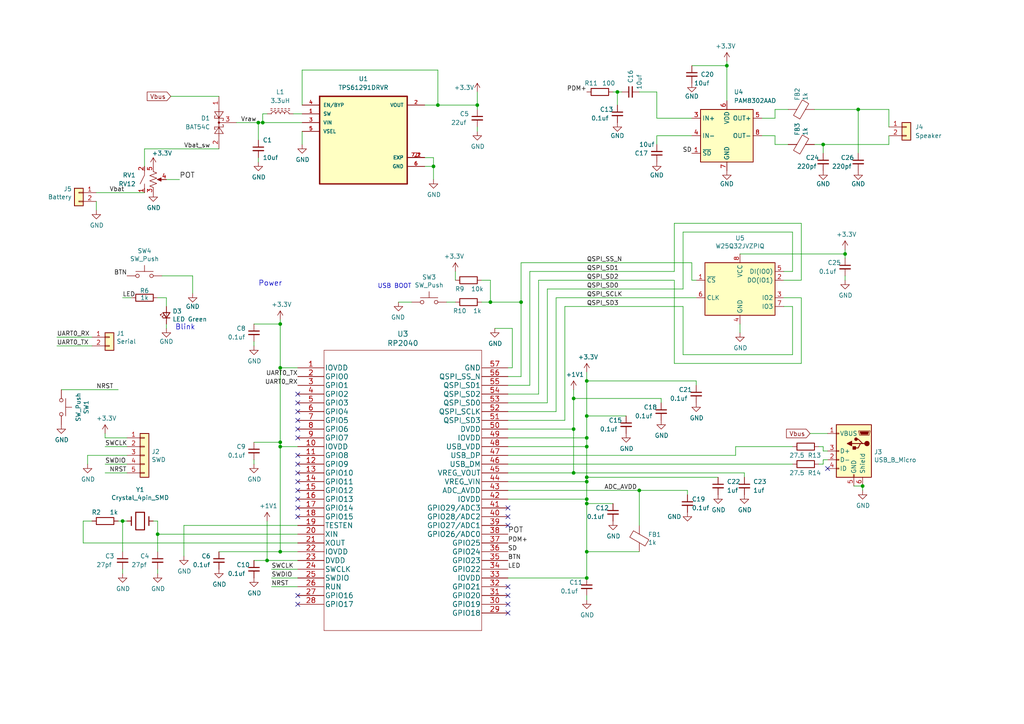
<source format=kicad_sch>
(kicad_sch (version 20211123) (generator eeschema)
  (paper "A4")
  (lib_symbols
    (symbol "Amplifier_Audio:PAM8302AAD"
      (property "Reference" "U" (at 7.62 11.43 0))
      (property "Value" "PAM8302AAD" (at 7.62 8.89 0))
      (symbol "PAM8302AAD_1_1"
        (pin input line (at -10.16 -5.08 0) (length 2.54) (name "~{SD}") (number "1"))
        (pin no_connect line (at 7.62 -5.08 180) (length 2.54) hide (name "NC") (number "2"))
        (pin input line (at -10.16 5.08 0) (length 2.54) (name "IN+") (number "3"))
        (pin input line (at -10.16 0 0) (length 2.54) (name "IN-") (number "4"))
        (pin output line (at 10.16 5.08 180) (length 2.54) (name "OUT+") (number "5"))
        (pin power_in line (at 0 10.16 270) (length 2.54) (name "VDD") (number "6"))
        (pin power_in line (at 0 -10.16 90) (length 2.54) (name "GND") (number "7"))
        (pin output line (at 10.16 0 180) (length 2.54) (name "OUT-") (number "8"))
      )
    )
    (symbol "Connector:USB_B_Micro" (pin_names (offset 1.016))
      (property "Reference" "J" (at -5.08 11.43 0))
      (property "Value" "USB_B_Micro" (at -5.08 8.89 0))
      (symbol "USB_B_Micro_1_1"
        (pin power_out line (at 7.62 5.08 180) (length 2.54) (name "VBUS") (number "1"))
        (pin bidirectional line (at 7.62 -2.54 180) (length 2.54) (name "D-") (number "2"))
        (pin bidirectional line (at 7.62 0 180) (length 2.54) (name "D+") (number "3"))
        (pin passive line (at 7.62 -5.08 180) (length 2.54) (name "ID") (number "4"))
        (pin power_out line (at 0 -10.16 90) (length 2.54) (name "GND") (number "5"))
        (pin passive line (at -2.54 -10.16 90) (length 2.54) (name "Shield") (number "6"))
      )
    )
    (symbol "Connector_Generic:Conn_01x02" (pin_names (offset 1.016) hide)
      (property "Reference" "J" (at 0 2.54 0))
      (property "Value" "Conn_01x02" (at 0 -5.08 0))
      (symbol "Conn_01x02_1_1"
        (pin passive line (at -5.08 0 0) (length 3.81) (name "Pin_1") (number "1"))
        (pin passive line (at -5.08 -2.54 0) (length 3.81) (name "Pin_2") (number "2"))
      )
    )
    (symbol "Connector_Generic:Conn_01x05" (pin_names (offset 1.016) hide)
      (property "Reference" "J" (at 0 7.62 0))
      (property "Value" "Conn_01x05" (at 0 -7.62 0))
      (symbol "Conn_01x05_1_1"
        (pin passive line (at -5.08 5.08 0) (length 3.81) (name "Pin_1") (number "1"))
        (pin passive line (at -5.08 2.54 0) (length 3.81) (name "Pin_2") (number "2"))
        (pin passive line (at -5.08 0 0) (length 3.81) (name "Pin_3") (number "3"))
        (pin passive line (at -5.08 -2.54 0) (length 3.81) (name "Pin_4") (number "4"))
        (pin passive line (at -5.08 -5.08 0) (length 3.81) (name "Pin_5") (number "5"))
      )
    )
    (symbol "Device:C_Small" (pin_numbers hide) (pin_names (offset 0.254) hide)
      (property "Reference" "C" (at 0.254 1.778 0))
      (property "Value" "C_Small" (at 0.254 -2.032 0))
      (symbol "C_Small_1_1"
        (pin passive line (at 0 2.54 270) (length 2.032) (name "~") (number "1"))
        (pin passive line (at 0 -2.54 90) (length 2.032) (name "~") (number "2"))
      )
    )
    (symbol "Device:FerriteBead" (pin_numbers hide) (pin_names (offset 0))
      (property "Reference" "FB" (at -3.81 0.635 90))
      (property "Value" "FerriteBead" (at 3.81 0 90))
      (symbol "FerriteBead_1_1"
        (pin passive line (at 0 3.81 270) (length 2.54) (name "~") (number "1"))
        (pin passive line (at 0 -3.81 90) (length 2.54) (name "~") (number "2"))
      )
    )
    (symbol "Device:LED_Small" (pin_numbers hide) (pin_names (offset 0.254) hide)
      (property "Reference" "D" (at -1.27 3.175 0))
      (property "Value" "LED_Small" (at -4.445 -2.54 0))
      (symbol "LED_Small_1_1"
        (pin passive line (at -2.54 0 0) (length 1.778) (name "K") (number "1"))
        (pin passive line (at 2.54 0 180) (length 1.778) (name "A") (number "2"))
      )
    )
    (symbol "Device:L_Ferrite" (pin_numbers hide) (pin_names (offset 1.016) hide)
      (property "Reference" "L" (at -1.27 0 90))
      (property "Value" "L_Ferrite" (at 2.794 0 90))
      (symbol "L_Ferrite_1_1"
        (pin passive line (at 0 3.81 270) (length 1.27) (name "1") (number "1"))
        (pin passive line (at 0 -3.81 90) (length 1.27) (name "2") (number "2"))
      )
    )
    (symbol "Device:R" (pin_numbers hide) (pin_names (offset 0))
      (property "Reference" "R" (at 2.032 0 90))
      (property "Value" "R" (at 0 0 90))
      (symbol "R_1_1"
        (pin passive line (at 0 3.81 270) (length 1.27) (name "~") (number "1"))
        (pin passive line (at 0 -3.81 90) (length 1.27) (name "~") (number "2"))
      )
    )
    (symbol "Diode:BAT54C" (pin_names (offset 1.016))
      (property "Reference" "D" (at 0.635 -3.81 0))
      (property "Value" "BAT54C" (at -6.35 3.175 0))
      (symbol "BAT54C_1_1"
        (pin passive line (at -7.62 0 0) (length 3.81) (name "~") (number "1"))
        (pin passive line (at 7.62 0 180) (length 3.81) (name "~") (number "2"))
        (pin passive line (at 0 -5.08 90) (length 5.08) (name "~") (number "3"))
      )
    )
    (symbol "Memory_Flash:W25Q32JVSS"
      (property "Reference" "U" (at -8.89 8.89 0))
      (property "Value" "W25Q32JVSS" (at 7.62 8.89 0))
      (symbol "W25Q32JVSS_1_1"
        (pin input line (at -12.7 2.54 0) (length 2.54) (name "~{CS}") (number "1"))
        (pin bidirectional line (at 12.7 2.54 180) (length 2.54) (name "DO(IO1)") (number "2"))
        (pin bidirectional line (at 12.7 -2.54 180) (length 2.54) (name "IO2") (number "3"))
        (pin power_in line (at 0 -10.16 90) (length 2.54) (name "GND") (number "4"))
        (pin bidirectional line (at 12.7 5.08 180) (length 2.54) (name "DI(IO0)") (number "5"))
        (pin input line (at -12.7 -2.54 0) (length 2.54) (name "CLK") (number "6"))
        (pin bidirectional line (at 12.7 -5.08 180) (length 2.54) (name "IO3") (number "7"))
        (pin power_in line (at 0 10.16 270) (length 2.54) (name "VCC") (number "8"))
      )
    )
    (symbol "Switch:SW_Push" (pin_numbers hide) (pin_names (offset 1.016) hide)
      (property "Reference" "SW" (at 1.27 2.54 0))
      (property "Value" "SW_Push" (at 0 -1.524 0))
      (symbol "SW_Push_0_1"
        (pin passive line (at -5.08 0 0) (length 2.54) (name "1") (number "1"))
        (pin passive line (at 5.08 0 180) (length 2.54) (name "2") (number "2"))
      )
    )
    (symbol "emeb_library:Crystal_4pin_SMD" (pin_numbers hide) (pin_names (offset 1.016) hide)
      (property "Reference" "Y" (at 0 3.81 0))
      (property "Value" "Crystal_4pin_SMD" (at 0 -3.81 0))
      (symbol "Crystal_4pin_SMD_1_1"
        (pin passive line (at -3.81 0 0) (length 1.27) (name "1") (number "1"))
        (pin passive line (at 3.81 0 180) (length 1.27) (name "3") (number "3"))
      )
    )
    (symbol "emeb_library:RP2040" (pin_names (offset 0.254))
      (property "Reference" "U" (at 30.48 10.16 0))
      (property "Value" "RP2040" (at 30.48 7.62 0))
      (symbol "RP2040_1_1"
        (pin power_in line (at 0 0 0) (length 7.62) (name "IOVDD") (number "1"))
        (pin power_in line (at 0 -22.86 0) (length 7.62) (name "IOVDD") (number "10"))
        (pin bidirectional line (at 0 -25.4 0) (length 7.62) (name "GPIO8") (number "11"))
        (pin bidirectional line (at 0 -27.94 0) (length 7.62) (name "GPIO9") (number "12"))
        (pin bidirectional line (at 0 -30.48 0) (length 7.62) (name "GPIO10") (number "13"))
        (pin bidirectional line (at 0 -33.02 0) (length 7.62) (name "GPIO11") (number "14"))
        (pin bidirectional line (at 0 -35.56 0) (length 7.62) (name "GPIO12") (number "15"))
        (pin bidirectional line (at 0 -38.1 0) (length 7.62) (name "GPIO13") (number "16"))
        (pin bidirectional line (at 0 -40.64 0) (length 7.62) (name "GPIO14") (number "17"))
        (pin bidirectional line (at 0 -43.18 0) (length 7.62) (name "GPIO15") (number "18"))
        (pin unspecified line (at 0 -45.72 0) (length 7.62) (name "TESTEN") (number "19"))
        (pin bidirectional line (at 0 -2.54 0) (length 7.62) (name "GPIO0") (number "2"))
        (pin unspecified line (at 0 -48.26 0) (length 7.62) (name "XIN") (number "20"))
        (pin output line (at 0 -50.8 0) (length 7.62) (name "XOUT") (number "21"))
        (pin power_in line (at 0 -53.34 0) (length 7.62) (name "IOVDD") (number "22"))
        (pin power_in line (at 0 -55.88 0) (length 7.62) (name "DVDD") (number "23"))
        (pin unspecified line (at 0 -58.42 0) (length 7.62) (name "SWCLK") (number "24"))
        (pin unspecified line (at 0 -60.96 0) (length 7.62) (name "SWDIO") (number "25"))
        (pin unspecified line (at 0 -63.5 0) (length 7.62) (name "RUN") (number "26"))
        (pin bidirectional line (at 0 -66.04 0) (length 7.62) (name "GPIO16") (number "27"))
        (pin bidirectional line (at 0 -68.58 0) (length 7.62) (name "GPIO17") (number "28"))
        (pin bidirectional line (at 60.96 -71.12 180) (length 7.62) (name "GPIO18") (number "29"))
        (pin bidirectional line (at 0 -5.08 0) (length 7.62) (name "GPIO1") (number "3"))
        (pin bidirectional line (at 60.96 -68.58 180) (length 7.62) (name "GPIO19") (number "30"))
        (pin bidirectional line (at 60.96 -66.04 180) (length 7.62) (name "GPIO20") (number "31"))
        (pin bidirectional line (at 60.96 -63.5 180) (length 7.62) (name "GPIO21") (number "32"))
        (pin power_in line (at 60.96 -60.96 180) (length 7.62) (name "IOVDD") (number "33"))
        (pin bidirectional line (at 60.96 -58.42 180) (length 7.62) (name "GPIO22") (number "34"))
        (pin bidirectional line (at 60.96 -55.88 180) (length 7.62) (name "GPIO23") (number "35"))
        (pin bidirectional line (at 60.96 -53.34 180) (length 7.62) (name "GPIO24") (number "36"))
        (pin bidirectional line (at 60.96 -50.8 180) (length 7.62) (name "GPIO25") (number "37"))
        (pin bidirectional line (at 60.96 -48.26 180) (length 7.62) (name "GPIO26/ADC0") (number "38"))
        (pin bidirectional line (at 60.96 -45.72 180) (length 7.62) (name "GPIO27/ADC1") (number "39"))
        (pin bidirectional line (at 0 -7.62 0) (length 7.62) (name "GPIO2") (number "4"))
        (pin bidirectional line (at 60.96 -43.18 180) (length 7.62) (name "GPIO28/ADC2") (number "40"))
        (pin bidirectional line (at 60.96 -40.64 180) (length 7.62) (name "GPIO29/ADC3") (number "41"))
        (pin power_in line (at 60.96 -38.1 180) (length 7.62) (name "IOVDD") (number "42"))
        (pin power_in line (at 60.96 -35.56 180) (length 7.62) (name "ADC_AVDD") (number "43"))
        (pin unspecified line (at 60.96 -33.02 180) (length 7.62) (name "VREG_VIN") (number "44"))
        (pin output line (at 60.96 -30.48 180) (length 7.62) (name "VREG_VOUT") (number "45"))
        (pin unspecified line (at 60.96 -27.94 180) (length 7.62) (name "USB_DM") (number "46"))
        (pin unspecified line (at 60.96 -25.4 180) (length 7.62) (name "USB_DP") (number "47"))
        (pin power_in line (at 60.96 -22.86 180) (length 7.62) (name "USB_VDD") (number "48"))
        (pin power_in line (at 60.96 -20.32 180) (length 7.62) (name "IOVDD") (number "49"))
        (pin bidirectional line (at 0 -10.16 0) (length 7.62) (name "GPIO3") (number "5"))
        (pin power_in line (at 60.96 -17.78 180) (length 7.62) (name "DVDD") (number "50"))
        (pin bidirectional line (at 60.96 -15.24 180) (length 7.62) (name "QSPI_SD3") (number "51"))
        (pin unspecified line (at 60.96 -12.7 180) (length 7.62) (name "QSPI_SCLK") (number "52"))
        (pin bidirectional line (at 60.96 -10.16 180) (length 7.62) (name "QSPI_SD0") (number "53"))
        (pin bidirectional line (at 60.96 -7.62 180) (length 7.62) (name "QSPI_SD2") (number "54"))
        (pin bidirectional line (at 60.96 -5.08 180) (length 7.62) (name "QSPI_SD1") (number "55"))
        (pin unspecified line (at 60.96 -2.54 180) (length 7.62) (name "QSPI_SS_N") (number "56"))
        (pin power_in line (at 60.96 0 180) (length 7.62) (name "GND") (number "57"))
        (pin bidirectional line (at 0 -12.7 0) (length 7.62) (name "GPIO4") (number "6"))
        (pin bidirectional line (at 0 -15.24 0) (length 7.62) (name "GPIO5") (number "7"))
        (pin bidirectional line (at 0 -17.78 0) (length 7.62) (name "GPIO6") (number "8"))
        (pin bidirectional line (at 0 -20.32 0) (length 7.62) (name "GPIO7") (number "9"))
      )
    )
    (symbol "emeb_library:RV12" (pin_names (offset 1.016) hide)
      (property "Reference" "RV" (at -8.89 0 90))
      (property "Value" "RV12" (at -6.35 0 90))
      (symbol "RV12_1_1"
        (pin passive line (at -2.54 -3.81 90) (length 1.27) (name "1") (number "1"))
        (pin passive line (at -2.54 3.81 270) (length 1.27) (name "2") (number "2"))
        (pin passive line (at 0 -3.81 90) (length 1.27) (name "3") (number "3"))
        (pin passive line (at 3.81 0 180) (length 1.27) (name "4") (number "4"))
        (pin passive line (at 0 3.81 270) (length 1.27) (name "5") (number "5"))
      )
    )
    (symbol "emeb_library:TPS61291DRVR" (pin_names (offset 1.016))
      (property "Reference" "U" (at -12.7 13.7 0))
      (property "Value" "TPS61291DRVR" (at -12.7 -16.7 0))
      (symbol "TPS61291DRVR_0_0"
        (pin input line (at -17.78 7.62 0) (length 5.08) (name "SW") (number "1"))
        (pin output line (at 17.78 10.16 180) (length 5.08) (name "VOUT") (number "2"))
        (pin input line (at -17.78 5.08 0) (length 5.08) (name "VIN") (number "3"))
        (pin input line (at -17.78 10.16 0) (length 5.08) (name "EN/BYP") (number "4"))
        (pin input line (at -17.78 2.54 0) (length 5.08) (name "VSEL") (number "5"))
        (pin power_in line (at 17.78 -7.62 180) (length 5.08) (name "GND") (number "6"))
        (pin power_in line (at 17.78 -5.08 180) (length 5.08) (name "EXP") (number "7"))
        (pin power_in line (at 17.78 -5.08 180) (length 5.08) (name "EXP") (number "7_1"))
        (pin power_in line (at 17.78 -5.08 180) (length 5.08) (name "EXP") (number "7_2"))
      )
    )
    (symbol "power:+1V1" (power) (pin_names (offset 0))
      (property "Value" "+1V1" (at 0 3.556 0))
      (symbol "+1V1_1_1"
        (pin power_in line (at 0 0 90) (length 0) hide (name "+1V1") (number "1"))
      )
    )
    (symbol "power:+3.3V" (power) (pin_names (offset 0))
      (property "Value" "+3.3V" (at 0 3.556 0))
      (symbol "+3.3V_1_1"
        (pin power_in line (at 0 0 90) (length 0) hide (name "+3.3V") (number "1"))
      )
    )
    (symbol "power:GND" (power) (pin_names (offset 0))
      (property "Value" "GND" (at 0 -3.81 0))
      (symbol "GND_1_1"
        (pin power_in line (at 0 0 270) (length 0) hide (name "GND") (number "1"))
      )
    )
  )
  (junction (at 245.11 73.66))
  (junction (at 170.18 146.05))
  (junction (at 81.28 128.27))
  (junction (at 76.2 35.56))
  (junction (at 170.18 120.65))
  (junction (at 185.42 142.24))
  (junction (at 45.72 154.94))
  (junction (at 35.56 151.13))
  (junction (at 151.13 87.63))
  (junction (at 170.18 129.54))
  (junction (at 250.19 140.97))
  (junction (at 166.37 115.57))
  (junction (at 248.92 31.75))
  (junction (at 74.93 35.56))
  (junction (at 170.18 160.02))
  (junction (at 238.76 41.91))
  (junction (at 81.28 129.54))
  (junction (at 170.18 139.7))
  (junction (at 142.24 87.63))
  (junction (at 127 30.48))
  (junction (at 166.37 137.16))
  (junction (at 77.47 162.56))
  (junction (at 170.18 144.78))
  (junction (at 210.82 19.05))
  (junction (at 81.28 106.68))
  (junction (at 81.28 160.02))
  (junction (at 170.18 138.43))
  (junction (at 166.37 124.46))
  (junction (at 138.43 30.48))
  (junction (at 170.18 127))
  (junction (at 81.28 93.98))
  (junction (at 125.73 48.26))
  (junction (at 179.07 26.67))
  (junction (at 170.18 110.49))
  (junction (at 170.18 167.64))
  (no_connect (at 86.36 134.62))
  (no_connect (at 86.36 142.24))
  (no_connect (at 86.36 147.32))
  (no_connect (at 147.32 170.18))
  (no_connect (at 147.32 172.72))
  (no_connect (at 147.32 177.8))
  (no_connect (at 147.32 175.26))
  (no_connect (at 86.36 137.16))
  (no_connect (at 86.36 139.7))
  (no_connect (at 86.36 127))
  (no_connect (at 86.36 172.72))
  (no_connect (at 86.36 175.26))
  (no_connect (at -6.35 -22.86))
  (no_connect (at 86.36 119.38))
  (no_connect (at 86.36 121.92))
  (no_connect (at 86.36 124.46))
  (no_connect (at 86.36 114.3))
  (no_connect (at 86.36 116.84))
  (no_connect (at 147.32 152.4))
  (no_connect (at 86.36 132.08))
  (no_connect (at 147.32 147.32))
  (no_connect (at 147.32 149.86))
  (no_connect (at 86.36 149.86))
  (no_connect (at 86.36 144.78))
  (no_connect (at 240.03 135.89))
  (wire (pts (xy 166.37 115.57) (xy 166.37 124.46)))
  (wire (pts (xy 151.13 87.63) (xy 151.13 76.2)))
  (wire (pts (xy 119.38 87.63) (xy 115.57 87.63)))
  (wire (pts (xy 138.43 38.1) (xy 138.43 36.83)))
  (wire (pts (xy 214.63 73.66) (xy 245.11 73.66)))
  (wire (pts (xy 123.19 48.26) (xy 125.73 48.26)))
  (wire (pts (xy 198.12 67.31) (xy 198.12 83.82)))
  (wire (pts (xy 147.32 132.08) (xy 213.36 132.08)))
  (wire (pts (xy 250.19 142.24) (xy 250.19 140.97)))
  (wire (pts (xy 185.42 142.24) (xy 199.39 142.24)))
  (wire (pts (xy 86.36 170.18) (xy 78.74 170.18)))
  (wire (pts (xy 147.32 142.24) (xy 185.42 142.24)))
  (wire (pts (xy 30.48 125.73) (xy 30.48 127)))
  (wire (pts (xy 237.49 134.62) (xy 238.76 134.62)))
  (wire (pts (xy 86.36 167.64) (xy 78.74 167.64)))
  (wire (pts (xy 200.66 81.28) (xy 201.93 81.28)))
  (wire (pts (xy 34.29 113.03) (xy 17.78 113.03)))
  (wire (pts (xy 170.18 172.72) (xy 170.18 173.99)))
  (wire (pts (xy 86.36 129.54) (xy 81.28 129.54)))
  (wire (pts (xy 86.36 162.56) (xy 77.47 162.56)))
  (wire (pts (xy 166.37 115.57) (xy 191.77 115.57)))
  (wire (pts (xy 229.87 88.9) (xy 227.33 88.9)))
  (wire (pts (xy 148.59 95.25) (xy 143.51 95.25)))
  (wire (pts (xy 48.26 52.07) (xy 52.07 52.07)))
  (wire (pts (xy 147.32 167.64) (xy 170.18 167.64)))
  (wire (pts (xy 86.36 160.02) (xy 81.28 160.02)))
  (wire (pts (xy 123.19 30.48) (xy 127 30.48)))
  (wire (pts (xy 81.28 93.98) (xy 81.28 92.71)))
  (wire (pts (xy 55.88 80.01) (xy 55.88 85.09)))
  (wire (pts (xy 200.66 76.2) (xy 200.66 81.28)))
  (wire (pts (xy 147.32 129.54) (xy 170.18 129.54)))
  (wire (pts (xy 34.29 151.13) (xy 35.56 151.13)))
  (wire (pts (xy 76.2 35.56) (xy 87.63 35.56)))
  (wire (pts (xy 24.13 151.13) (xy 26.67 151.13)))
  (wire (pts (xy 237.49 129.54) (xy 238.76 129.54)))
  (wire (pts (xy 170.18 110.49) (xy 201.93 110.49)))
  (wire (pts (xy 48.26 93.98) (xy 48.26 95.25)))
  (wire (pts (xy 245.11 73.66) (xy 245.11 74.93)))
  (wire (pts (xy 227.33 78.74) (xy 229.87 78.74)))
  (wire (pts (xy 170.18 139.7) (xy 170.18 144.78)))
  (wire (pts (xy 87.63 38.1) (xy 87.63 41.91)))
  (wire (pts (xy 35.56 166.37) (xy 35.56 165.1)))
  (wire (pts (xy 81.28 106.68) (xy 81.28 128.27)))
  (wire (pts (xy 170.18 107.95) (xy 170.18 110.49)))
  (wire (pts (xy 200.66 19.05) (xy 210.82 19.05)))
  (wire (pts (xy 166.37 124.46) (xy 166.37 137.16)))
  (wire (pts (xy 25.4 132.08) (xy 25.4 134.62)))
  (wire (pts (xy 170.18 167.64) (xy 170.18 160.02)))
  (wire (pts (xy 229.87 78.74) (xy 229.87 67.31)))
  (wire (pts (xy 127 20.32) (xy 127 30.48)))
  (wire (pts (xy 232.41 64.77) (xy 232.41 81.28)))
  (wire (pts (xy 68.58 35.56) (xy 74.93 35.56)))
  (wire (pts (xy 170.18 138.43) (xy 208.28 138.43)))
  (wire (pts (xy 86.36 157.48) (xy 24.13 157.48)))
  (wire (pts (xy 156.21 81.28) (xy 195.58 81.28)))
  (wire (pts (xy 36.83 132.08) (xy 25.4 132.08)))
  (wire (pts (xy 73.66 93.98) (xy 81.28 93.98)))
  (wire (pts (xy 248.92 31.75) (xy 248.92 44.45)))
  (wire (pts (xy 35.56 160.02) (xy 35.56 151.13)))
  (wire (pts (xy 73.66 128.27) (xy 81.28 128.27)))
  (wire (pts (xy 190.5 26.67) (xy 190.5 34.29)))
  (wire (pts (xy 195.58 105.41) (xy 195.58 81.28)))
  (wire (pts (xy 248.92 31.75) (xy 257.81 31.75)))
  (wire (pts (xy 185.42 160.02) (xy 170.18 160.02)))
  (wire (pts (xy 46.99 80.01) (xy 55.88 80.01)))
  (wire (pts (xy 238.76 133.35) (xy 240.03 133.35)))
  (wire (pts (xy 147.32 121.92) (xy 163.83 121.92)))
  (wire (pts (xy 45.72 154.94) (xy 45.72 160.02)))
  (wire (pts (xy 74.93 35.56) (xy 74.93 40.64)))
  (wire (pts (xy 232.41 86.36) (xy 232.41 105.41)))
  (wire (pts (xy 166.37 113.03) (xy 166.37 115.57)))
  (wire (pts (xy 190.5 39.37) (xy 200.66 39.37)))
  (wire (pts (xy 132.08 78.74) (xy 132.08 81.28)))
  (wire (pts (xy 63.5 160.02) (xy 81.28 160.02)))
  (wire (pts (xy 81.28 129.54) (xy 81.28 160.02)))
  (wire (pts (xy 151.13 76.2) (xy 200.66 76.2)))
  (wire (pts (xy 215.9 137.16) (xy 215.9 138.43)))
  (wire (pts (xy 227.33 86.36) (xy 232.41 86.36)))
  (wire (pts (xy 151.13 87.63) (xy 142.24 87.63)))
  (wire (pts (xy 35.56 86.36) (xy 38.1 86.36)))
  (wire (pts (xy 236.22 31.75) (xy 248.92 31.75)))
  (wire (pts (xy 147.32 124.46) (xy 166.37 124.46)))
  (wire (pts (xy 27.94 55.88) (xy 41.91 55.88)))
  (wire (pts (xy 210.82 17.78) (xy 210.82 19.05)))
  (wire (pts (xy 45.72 151.13) (xy 45.72 154.94)))
  (wire (pts (xy 147.32 134.62) (xy 229.87 134.62)))
  (wire (pts (xy 214.63 96.52) (xy 214.63 93.98)))
  (wire (pts (xy 166.37 137.16) (xy 147.32 137.16)))
  (wire (pts (xy 161.29 86.36) (xy 201.93 86.36)))
  (wire (pts (xy 229.87 102.87) (xy 229.87 88.9)))
  (wire (pts (xy 229.87 67.31) (xy 198.12 67.31)))
  (wire (pts (xy 148.59 95.25) (xy 148.59 106.68)))
  (wire (pts (xy 195.58 64.77) (xy 195.58 78.74)))
  (wire (pts (xy 170.18 146.05) (xy 177.8 146.05)))
  (wire (pts (xy 36.83 129.54) (xy 30.48 129.54)))
  (wire (pts (xy 85.09 33.02) (xy 87.63 33.02)))
  (wire (pts (xy 170.18 110.49) (xy 170.18 120.65)))
  (wire (pts (xy 147.32 144.78) (xy 170.18 144.78)))
  (wire (pts (xy 125.73 48.26) (xy 125.73 52.07)))
  (wire (pts (xy 81.28 128.27) (xy 81.28 129.54)))
  (wire (pts (xy 73.66 134.62) (xy 73.66 133.35)))
  (wire (pts (xy 181.61 120.65) (xy 170.18 120.65)))
  (wire (pts (xy 199.39 142.24) (xy 199.39 143.51)))
  (wire (pts (xy 166.37 137.16) (xy 215.9 137.16)))
  (wire (pts (xy 36.83 137.16) (xy 30.48 137.16)))
  (wire (pts (xy 153.67 78.74) (xy 195.58 78.74)))
  (wire (pts (xy 224.79 31.75) (xy 228.6 31.75)))
  (wire (pts (xy 123.19 45.72) (xy 125.73 45.72)))
  (wire (pts (xy 132.08 87.63) (xy 129.54 87.63)))
  (wire (pts (xy 191.77 115.57) (xy 191.77 116.84)))
  (wire (pts (xy 177.8 26.67) (xy 179.07 26.67)))
  (wire (pts (xy 213.36 129.54) (xy 229.87 129.54)))
  (wire (pts (xy 190.5 34.29) (xy 200.66 34.29)))
  (wire (pts (xy 127 30.48) (xy 138.43 30.48)))
  (wire (pts (xy 238.76 129.54) (xy 238.76 130.81)))
  (wire (pts (xy 147.32 127) (xy 170.18 127)))
  (wire (pts (xy 158.75 83.82) (xy 198.12 83.82)))
  (wire (pts (xy 147.32 139.7) (xy 170.18 139.7)))
  (wire (pts (xy 163.83 88.9) (xy 198.12 88.9)))
  (wire (pts (xy 48.26 86.36) (xy 48.26 88.9)))
  (wire (pts (xy 220.98 34.29) (xy 224.79 34.29)))
  (wire (pts (xy 147.32 116.84) (xy 158.75 116.84)))
  (wire (pts (xy 147.32 114.3) (xy 156.21 114.3)))
  (wire (pts (xy 185.42 152.4) (xy 185.42 142.24)))
  (wire (pts (xy 53.34 152.4) (xy 53.34 161.29)))
  (wire (pts (xy 170.18 120.65) (xy 170.18 127)))
  (wire (pts (xy 170.18 129.54) (xy 170.18 127)))
  (wire (pts (xy 30.48 134.62) (xy 36.83 134.62)))
  (wire (pts (xy 44.45 151.13) (xy 45.72 151.13)))
  (wire (pts (xy 213.36 132.08) (xy 213.36 129.54)))
  (wire (pts (xy 138.43 30.48) (xy 138.43 26.67)))
  (wire (pts (xy 247.65 140.97) (xy 250.19 140.97)))
  (wire (pts (xy 153.67 111.76) (xy 153.67 78.74)))
  (wire (pts (xy 198.12 102.87) (xy 229.87 102.87)))
  (wire (pts (xy 190.5 41.91) (xy 190.5 39.37)))
  (wire (pts (xy 16.51 97.79) (xy 26.67 97.79)))
  (wire (pts (xy 49.53 27.94) (xy 63.5 27.94)))
  (wire (pts (xy 81.28 93.98) (xy 81.28 106.68)))
  (wire (pts (xy 232.41 81.28) (xy 227.33 81.28)))
  (wire (pts (xy 35.56 151.13) (xy 36.83 151.13)))
  (wire (pts (xy 45.72 86.36) (xy 48.26 86.36)))
  (wire (pts (xy 238.76 130.81) (xy 240.03 130.81)))
  (wire (pts (xy 170.18 139.7) (xy 170.18 138.43)))
  (wire (pts (xy 139.7 87.63) (xy 142.24 87.63)))
  (wire (pts (xy 74.93 35.56) (xy 76.2 35.56)))
  (wire (pts (xy 224.79 34.29) (xy 224.79 31.75)))
  (wire (pts (xy 77.47 162.56) (xy 77.47 151.13)))
  (wire (pts (xy 232.41 105.41) (xy 195.58 105.41)))
  (wire (pts (xy 87.63 20.32) (xy 127 20.32)))
  (wire (pts (xy 170.18 146.05) (xy 170.18 160.02)))
  (wire (pts (xy 257.81 31.75) (xy 257.81 36.83)))
  (wire (pts (xy 210.82 19.05) (xy 210.82 29.21)))
  (wire (pts (xy 142.24 81.28) (xy 142.24 87.63)))
  (wire (pts (xy 147.32 111.76) (xy 153.67 111.76)))
  (wire (pts (xy 170.18 138.43) (xy 170.18 129.54)))
  (wire (pts (xy 238.76 134.62) (xy 238.76 133.35)))
  (wire (pts (xy 179.07 26.67) (xy 180.34 26.67)))
  (wire (pts (xy 190.5 26.67) (xy 185.42 26.67)))
  (wire (pts (xy 147.32 119.38) (xy 161.29 119.38)))
  (wire (pts (xy 36.83 127) (xy 30.48 127)))
  (wire (pts (xy 170.18 144.78) (xy 170.18 146.05)))
  (wire (pts (xy 16.51 100.33) (xy 26.67 100.33)))
  (wire (pts (xy 74.93 45.72) (xy 74.93 46.99)))
  (wire (pts (xy 163.83 121.92) (xy 163.83 88.9)))
  (wire (pts (xy 236.22 41.91) (xy 238.76 41.91)))
  (wire (pts (xy 201.93 110.49) (xy 201.93 111.76)))
  (wire (pts (xy 257.81 41.91) (xy 257.81 39.37)))
  (wire (pts (xy 86.36 106.68) (xy 81.28 106.68)))
  (wire (pts (xy 24.13 157.48) (xy 24.13 151.13)))
  (wire (pts (xy 76.2 33.02) (xy 76.2 35.56)))
  (wire (pts (xy 86.36 165.1) (xy 78.74 165.1)))
  (wire (pts (xy 245.11 72.39) (xy 245.11 73.66)))
  (wire (pts (xy 41.91 43.18) (xy 41.91 48.26)))
  (wire (pts (xy 45.72 166.37) (xy 45.72 165.1)))
  (wire (pts (xy 139.7 81.28) (xy 142.24 81.28)))
  (wire (pts (xy 245.11 80.01) (xy 245.11 81.28)))
  (wire (pts (xy 224.79 41.91) (xy 228.6 41.91)))
  (wire (pts (xy 224.79 39.37) (xy 224.79 41.91)))
  (wire (pts (xy 232.41 64.77) (xy 195.58 64.77)))
  (wire (pts (xy 151.13 109.22) (xy 151.13 87.63)))
  (wire (pts (xy 238.76 41.91) (xy 238.76 44.45)))
  (wire (pts (xy 147.32 109.22) (xy 151.13 109.22)))
  (wire (pts (xy 138.43 31.75) (xy 138.43 30.48)))
  (wire (pts (xy 179.07 26.67) (xy 179.07 30.48)))
  (wire (pts (xy 220.98 39.37) (xy 224.79 39.37)))
  (wire (pts (xy 77.47 33.02) (xy 76.2 33.02)))
  (wire (pts (xy 73.66 162.56) (xy 77.47 162.56)))
  (wire (pts (xy 161.29 119.38) (xy 161.29 86.36)))
  (wire (pts (xy 125.73 45.72) (xy 125.73 48.26)))
  (wire (pts (xy 86.36 154.94) (xy 45.72 154.94)))
  (wire (pts (xy 27.94 58.42) (xy 27.94 60.96)))
  (wire (pts (xy 87.63 30.48) (xy 87.63 20.32)))
  (wire (pts (xy 86.36 152.4) (xy 53.34 152.4)))
  (wire (pts (xy 41.91 43.18) (xy 63.5 43.18)))
  (wire (pts (xy 158.75 116.84) (xy 158.75 83.82)))
  (wire (pts (xy 147.32 106.68) (xy 148.59 106.68)))
  (wire (pts (xy 156.21 81.28) (xy 156.21 114.3)))
  (wire (pts (xy 73.66 100.33) (xy 73.66 99.06)))
  (wire (pts (xy 198.12 88.9) (xy 198.12 102.87)))
  (wire (pts (xy 238.76 41.91) (xy 257.81 41.91)))
  (wire (pts (xy 234.95 125.73) (xy 240.03 125.73)))
  (text "USB BOOT" (at 119.38 83.82 180) (effects (font (size 1.27 1.27)) (justify right bottom)))
  (text "Blink" (at 50.8 95.885 0) (effects (font (size 1.524 1.524)) (justify left bottom)))
  (text "Power" (at 74.93 83.185 0) (effects (font (size 1.524 1.524)) (justify left bottom)))
  (label "SWCLK" (at 30.48 129.54 0))
  (label "UART0_TX" (at 16.51 100.33 0))
  (label "QSPI_SD1" (at 170.18 78.74 0))
  (label "NRST" (at 78.74 170.18 0))
  (label "PDM+" (at 170.18 26.67 180))
  (label "NRST" (at 31.75 137.16 0))
  (label "BTN" (at 36.83 80.01 180))
  (label "SWDIO" (at 78.74 167.64 0))
  (label "QSPI_SD0" (at 170.18 83.82 0))
  (label "QSPI_SS_N" (at 170.18 76.2 0))
  (label "SWCLK" (at 78.74 165.1 0))
  (label "SWDIO" (at 30.48 134.62 0))
  (label "NRST" (at 27.94 113.03 0))
  (label "Vraw" (at 69.85 35.56 0))
  (label "UART0_RX" (at 86.36 111.76 180))
  (label "LED" (at 147.32 165.1 0))
  (label "QSPI_SD3" (at 170.18 88.9 0))
  (label "SD" (at 200.66 44.45 180))
  (label "POT" (at 147.32 154.94 0) (effects (font (size 1.524 1.524))))
  (label "PDM+" (at 147.32 157.48 0))
  (label "UART0_RX" (at 16.51 97.79 0))
  (label "BTN" (at 147.32 162.56 0))
  (label "QSPI_SD2" (at 170.18 81.28 0))
  (label "POT" (at 52.07 52.07 0) (effects (font (size 1.524 1.524))))
  (label "ADC_AVDD" (at 175.26 142.24 0))
  (label "QSPI_SCLK" (at 170.18 86.36 0))
  (label "Vbat" (at 31.75 55.88 0))
  (label "LED" (at 35.56 86.36 0))
  (label "UART0_TX" (at 86.36 109.22 180))
  (label "Vbat_sw" (at 53.34 43.18 0))
  (label "SD" (at 147.32 160.02 0))
  (global_label "Vbus" (shape input) (at 49.53 27.94 180) (property "Intersheet References" "${INTERSHEET_REFS}" (effects hide)))
  (global_label "Vbus" (shape input) (at 234.95 125.73 180) (property "Intersheet References" "${INTERSHEET_REFS}" (effects hide)))
  (symbol (lib_id "Device:C_Small") (at 177.8 148.59 0) (unit 1)
    (property "Reference" "C12" (at 172.72 147.32 0) (effects (justify left)))
    (property "Value" "0.1uf" (at 170.18 149.86 0) (effects (justify left)))
    (property "Footprint" "Capacitor_SMD:C_0402_1005Metric" (effects hide))
  )
  (symbol (lib_id "Device:C_Small") (at 170.18 170.18 0) (unit 1)
    (property "Reference" "C11" (at 165.1 168.91 0) (effects (justify left)))
    (property "Value" "0.1uf" (at 162.56 171.45 0) (effects (justify left)))
    (property "Footprint" "Capacitor_SMD:C_0402_1005Metric" (effects hide))
  )
  (symbol (lib_id "Device:R") (at 30.48 151.13 270) (unit 1)
    (property "Reference" "R2" (at 27.94 148.59 90))
    (property "Value" "1k" (at 33.02 148.59 90))
    (property "Footprint" "Resistor_SMD:R_0402_1005Metric" (effects hide))
  )
  (symbol (lib_id "Device:C_Small") (at 208.28 140.97 0) (unit 1)
    (property "Reference" "C22" (at 210.82 139.7 0) (effects (justify left)))
    (property "Value" "1uf" (at 210.82 142.24 0) (effects (justify left)))
    (property "Footprint" "Capacitor_SMD:C_0402_1005Metric" (effects hide))
  )
  (symbol (lib_id "Device:FerriteBead") (at 232.41 41.91 90) (unit 1)
    (property "Reference" "FB3" (at 231.2416 39.37 0) (effects (justify left)))
    (property "Value" "1k" (at 233.553 39.37 0) (effects (justify left)))
    (property "Footprint" "Inductor_SMD:L_0402_1005Metric" (effects hide))
  )
  (symbol (lib_id "emeb_library:Crystal_4pin_SMD") (at 40.64 151.13 0) (unit 1)
    (property "Reference" "Y1" (at 40.64 142.0368 0))
    (property "Value" "Crystal_4pin_SMD" (at 40.64 144.3482 0))
    (property "Footprint" "Crystal:Crystal_SMD_3225-4Pin_3.2x2.5mm" (effects hide))
  )
  (symbol (lib_id "power:GND") (at 74.93 46.99 0) (unit 1)
    (property "Reference" "#PWR02" (effects hide))
    (property "Value" "GND" (at 75.057 51.3842 0))
  )
  (symbol (lib_id "power:GND") (at 200.66 24.13 0) (unit 1)
    (property "Reference" "#PWR025" (effects hide))
    (property "Value" "GND" (at 200.66 27.94 0))
  )
  (symbol (lib_id "Device:R") (at 135.89 87.63 270) (mirror x) (unit 1)
    (property "Reference" "R10" (at 133.35 90.17 90))
    (property "Value" "1k" (at 138.43 90.17 90))
    (property "Footprint" "Resistor_SMD:R_0402_1005Metric" (effects hide))
  )
  (symbol (lib_id "Device:R") (at 135.89 81.28 270) (mirror x) (unit 1)
    (property "Reference" "R9" (at 133.35 83.82 90))
    (property "Value" "10k" (at 138.43 83.82 90))
    (property "Footprint" "Resistor_SMD:R_0402_1005Metric" (effects hide))
  )
  (symbol (lib_id "Device:C_Small") (at 74.93 43.18 0) (unit 1)
    (property "Reference" "C1" (at 76.2 40.64 0) (effects (justify left)))
    (property "Value" "10uf" (at 76.2 45.72 0) (effects (justify left)))
    (property "Footprint" "Capacitor_SMD:C_0805_2012Metric" (effects hide))
  )
  (symbol (lib_id "Device:FerriteBead") (at 185.42 156.21 0) (unit 1)
    (property "Reference" "FB1" (at 187.96 155.0416 0) (effects (justify left)))
    (property "Value" "1k" (at 187.96 157.353 0) (effects (justify left)))
    (property "Footprint" "Inductor_SMD:L_0402_1005Metric" (effects hide))
  )
  (symbol (lib_id "Device:C_Small") (at 63.5 162.56 0) (unit 1)
    (property "Reference" "C6" (at 58.42 161.29 0) (effects (justify left)))
    (property "Value" "0.1uf" (at 55.88 163.83 0) (effects (justify left)))
    (property "Footprint" "Capacitor_SMD:C_0402_1005Metric" (effects hide))
  )
  (symbol (lib_id "power:+3.3V") (at 138.43 26.67 0) (unit 1)
    (property "Reference" "#PWR09" (effects hide))
    (property "Value" "+3.3V" (at 134.62 25.4 0))
  )
  (symbol (lib_id "power:GND") (at 250.19 142.24 0) (unit 1)
    (property "Reference" "#U023" (effects hide))
    (property "Value" "GND" (at 250.317 146.6342 0))
  )
  (symbol (lib_id "emeb_library:TPS61291DRVR") (at 105.41 40.64 0) (unit 1)
    (property "Reference" "U1" (at 105.41 22.86 0))
    (property "Value" "TPS61291DRVR" (at 105.41 25.4 0))
    (property "Footprint" "emeb_library:SON65P200X200X80-7N" (effects hide))
  )
  (symbol (lib_id "power:GND") (at 177.8 151.13 0) (unit 1)
    (property "Reference" "#U014" (effects hide))
    (property "Value" "GND" (at 177.927 155.5242 0))
  )
  (symbol (lib_id "Memory_Flash:W25Q32JVSS") (at 214.63 83.82 0) (unit 1)
    (property "Reference" "U5" (at 214.63 69.0626 0))
    (property "Value" "W25Q32JVZPIQ" (at 214.63 71.374 0))
    (property "Footprint" "Package_SON:WSON-8-1EP_6x5mm_P1.27mm_EP3.4x4.3mm" (effects hide))
    (property "Datasheet" "http://www.winbond.com/resource-files/w25q32jv%20revg%2003272018%20plus.pdf" (effects hide))
  )
  (symbol (lib_id "Device:C_Small") (at 248.92 46.99 0) (unit 1)
    (property "Reference" "C26" (at 243.84 45.72 0) (effects (justify left)))
    (property "Value" "220pf" (at 241.3 48.26 0) (effects (justify left)))
    (property "Footprint" "Capacitor_SMD:C_0402_1005Metric" (effects hide))
  )
  (symbol (lib_id "Device:C_Small") (at 238.76 46.99 0) (unit 1)
    (property "Reference" "C24" (at 233.68 45.72 0) (effects (justify left)))
    (property "Value" "220pf" (at 231.14 48.26 0) (effects (justify left)))
    (property "Footprint" "Capacitor_SMD:C_0402_1005Metric" (effects hide))
  )
  (symbol (lib_id "power:GND") (at 73.66 100.33 0) (unit 1)
    (property "Reference" "#U08" (effects hide))
    (property "Value" "GND" (at 73.787 104.7242 0))
  )
  (symbol (lib_id "power:+1V1") (at 77.47 151.13 0) (unit 1)
    (property "Reference" "#PWR013" (effects hide))
    (property "Value" "+1V1" (at 77.851 146.7358 0))
  )
  (symbol (lib_id "Device:C_Small") (at 35.56 162.56 0) (unit 1)
    (property "Reference" "C3" (at 30.48 161.29 0) (effects (justify left)))
    (property "Value" "27pf" (at 27.94 163.83 0) (effects (justify left)))
    (property "Footprint" "Capacitor_SMD:C_0402_1005Metric" (effects hide))
  )
  (symbol (lib_id "Diode:BAT54C") (at 63.5 35.56 90) (mirror x) (unit 1)
    (property "Reference" "D1" (at 60.96 34.2899 90) (effects (justify left)))
    (property "Value" "BAT54C" (at 60.96 36.8299 90) (effects (justify left)))
    (property "Footprint" "Package_TO_SOT_SMD:SOT-23" (effects hide))
    (property "Datasheet" "http://www.diodes.com/_files/datasheets/ds11005.pdf" (effects hide))
  )
  (symbol (lib_id "power:GND") (at 73.66 167.64 0) (unit 1)
    (property "Reference" "#U010" (effects hide))
    (property "Value" "GND" (at 73.787 172.0342 0))
  )
  (symbol (lib_id "power:GND") (at 73.66 134.62 0) (unit 1)
    (property "Reference" "#U09" (effects hide))
    (property "Value" "GND" (at 73.787 139.0142 0))
  )
  (symbol (lib_id "power:GND") (at 125.73 52.07 0) (unit 1)
    (property "Reference" "#PWR03" (effects hide))
    (property "Value" "GND" (at 125.857 56.4642 0))
  )
  (symbol (lib_id "Device:C_Small") (at 215.9 140.97 0) (unit 1)
    (property "Reference" "C23" (at 218.44 139.7 0) (effects (justify left)))
    (property "Value" "1uf" (at 218.44 142.24 0) (effects (justify left)))
    (property "Footprint" "Capacitor_SMD:C_0402_1005Metric" (effects hide))
  )
  (symbol (lib_id "Device:C_Small") (at 179.07 33.02 0) (unit 1)
    (property "Reference" "C13" (at 173.99 31.75 0) (effects (justify left)))
    (property "Value" "0.1uf" (at 171.45 34.29 0) (effects (justify left)))
    (property "Footprint" "Capacitor_SMD:C_0402_1005Metric" (effects hide))
  )
  (symbol (lib_id "power:GND") (at 55.88 85.09 0) (unit 1)
    (property "Reference" "#PWR0102" (effects hide))
    (property "Value" "GND" (at 55.88 88.9 0))
  )
  (symbol (lib_id "Device:C_Small") (at 73.66 165.1 0) (unit 1)
    (property "Reference" "C10" (at 68.58 163.83 0) (effects (justify left)))
    (property "Value" "0.1uf" (at 66.04 166.37 0) (effects (justify left)))
    (property "Footprint" "Capacitor_SMD:C_0402_1005Metric" (effects hide))
  )
  (symbol (lib_id "power:GND") (at 44.45 55.88 0) (unit 1)
    (property "Reference" "#PWR07" (effects hide))
    (property "Value" "GND" (at 44.577 60.2742 0))
  )
  (symbol (lib_id "Device:C_Small") (at 190.5 44.45 180) (unit 1)
    (property "Reference" "C17" (at 187.96 44.45 0) (effects (justify left)))
    (property "Value" "10uf" (at 189.865 41.91 0) (effects (justify left)))
    (property "Footprint" "Capacitor_SMD:C_0805_2012Metric" (effects hide))
  )
  (symbol (lib_id "power:GND") (at 190.5 46.99 0) (unit 1)
    (property "Reference" "#PWR0101" (effects hide))
    (property "Value" "GND" (at 190.5 50.8 0))
  )
  (symbol (lib_id "power:+3.3V") (at 44.45 48.26 0) (unit 1)
    (property "Reference" "#PWR05" (effects hide))
    (property "Value" "+3.3V" (at 46.99 44.45 0))
  )
  (symbol (lib_id "power:GND") (at 87.63 41.91 0) (unit 1)
    (property "Reference" "#PWR01" (effects hide))
    (property "Value" "GND" (at 87.757 46.3042 0))
  )
  (symbol (lib_id "Device:C_Small") (at 45.72 162.56 0) (unit 1)
    (property "Reference" "C4" (at 40.64 161.29 0) (effects (justify left)))
    (property "Value" "27pf" (at 38.1 163.83 0) (effects (justify left)))
    (property "Footprint" "Capacitor_SMD:C_0402_1005Metric" (effects hide))
  )
  (symbol (lib_id "Switch:SW_Push") (at 124.46 87.63 0) (mirror y) (unit 1)
    (property "Reference" "SW3" (at 124.46 80.391 0))
    (property "Value" "SW_Push" (at 124.46 82.7024 0))
    (property "Footprint" "Button_Switch_SMD:SW_Push_1P1T_NO_CK_KMR2" (effects hide))
  )
  (symbol (lib_id "power:GND") (at 179.07 35.56 0) (unit 1)
    (property "Reference" "#PWR023" (effects hide))
    (property "Value" "GND" (at 179.07 39.37 0))
  )
  (symbol (lib_id "Device:C_Small") (at 73.66 96.52 0) (unit 1)
    (property "Reference" "C8" (at 68.58 95.25 0) (effects (justify left)))
    (property "Value" "0.1uf" (at 66.04 97.79 0) (effects (justify left)))
    (property "Footprint" "Capacitor_SMD:C_0402_1005Metric" (effects hide))
  )
  (symbol (lib_id "Connector_Generic:Conn_01x02") (at 31.75 97.79 0) (unit 1)
    (property "Reference" "J1" (at 33.782 96.7232 0) (effects (justify left)))
    (property "Value" "Serial" (at 33.782 99.0346 0) (effects (justify left)))
    (property "Footprint" "Connector_PinHeader_2.54mm:PinHeader_1x02_P2.54mm_Vertical" (effects hide))
  )
  (symbol (lib_id "power:+1V1") (at 166.37 113.03 0) (unit 1)
    (property "Reference" "#PWR021" (effects hide))
    (property "Value" "+1V1" (at 166.751 108.6358 0))
  )
  (symbol (lib_id "Amplifier_Audio:PAM8302AAD") (at 210.82 39.37 0) (unit 1)
    (property "Reference" "U4" (at 212.8394 26.67 0) (effects (justify left)))
    (property "Value" "PAM8302AAD" (at 212.8394 29.21 0) (effects (justify left)))
    (property "Footprint" "Package_SO:TSSOP-8_3x3mm_P0.65mm" (effects hide))
    (property "Datasheet" "https://www.diodes.com/assets/Datasheets/PAM8302A.pdf" (effects hide))
  )
  (symbol (lib_id "power:GND") (at 35.56 166.37 0) (unit 1)
    (property "Reference" "#U04" (effects hide))
    (property "Value" "GND" (at 35.687 170.7642 0))
  )
  (symbol (lib_id "power:GND") (at 17.78 123.19 0) (unit 1)
    (property "Reference" "#U02" (effects hide))
    (property "Value" "GND" (at 17.907 127.5842 0))
  )
  (symbol (lib_id "power:GND") (at 208.28 143.51 0) (unit 1)
    (property "Reference" "#U019" (effects hide))
    (property "Value" "GND" (at 208.407 147.9042 0))
  )
  (symbol (lib_id "power:GND") (at 25.4 134.62 0) (unit 1)
    (property "Reference" "#U03" (effects hide))
    (property "Value" "GND" (at 25.527 139.0142 0))
  )
  (symbol (lib_id "Device:C_Small") (at 181.61 123.19 0) (unit 1)
    (property "Reference" "C15" (at 176.53 121.92 0) (effects (justify left)))
    (property "Value" "0.1uf" (at 173.99 124.46 0) (effects (justify left)))
    (property "Footprint" "Capacitor_SMD:C_0402_1005Metric" (effects hide))
  )
  (symbol (lib_id "Device:C_Small") (at 138.43 34.29 0) (unit 1)
    (property "Reference" "C5" (at 133.35 33.02 0) (effects (justify left)))
    (property "Value" "22uf" (at 130.81 35.56 0) (effects (justify left)))
    (property "Footprint" "Capacitor_SMD:C_1210_3225Metric" (effects hide))
  )
  (symbol (lib_id "power:GND") (at 181.61 125.73 0) (unit 1)
    (property "Reference" "#U015" (effects hide))
    (property "Value" "GND" (at 181.737 130.1242 0))
  )
  (symbol (lib_id "Device:R") (at 233.68 134.62 90) (unit 1)
    (property "Reference" "R14" (at 236.22 137.16 90))
    (property "Value" "27.5" (at 231.14 137.16 90))
    (property "Footprint" "Resistor_SMD:R_0402_1005Metric" (effects hide))
  )
  (symbol (lib_id "power:GND") (at 215.9 143.51 0) (unit 1)
    (property "Reference" "#U021" (effects hide))
    (property "Value" "GND" (at 216.027 147.9042 0))
  )
  (symbol (lib_id "power:GND") (at 48.26 95.25 0) (unit 1)
    (property "Reference" "#PWR016" (effects hide))
    (property "Value" "GND" (at 48.26 99.06 0))
  )
  (symbol (lib_id "power:GND") (at 214.63 96.52 0) (unit 1)
    (property "Reference" "#U020" (effects hide))
    (property "Value" "GND" (at 214.757 100.9142 0))
  )
  (symbol (lib_id "power:GND") (at 201.93 116.84 0) (unit 1)
    (property "Reference" "#U018" (effects hide))
    (property "Value" "GND" (at 202.057 121.2342 0))
  )
  (symbol (lib_id "power:GND") (at 63.5 165.1 0) (unit 1)
    (property "Reference" "#U07" (effects hide))
    (property "Value" "GND" (at 63.627 169.4942 0))
  )
  (symbol (lib_id "Device:C_Small") (at 201.93 114.3 0) (unit 1)
    (property "Reference" "C21" (at 196.85 113.03 0) (effects (justify left)))
    (property "Value" "0.1uf" (at 194.31 115.57 0) (effects (justify left)))
    (property "Footprint" "Capacitor_SMD:C_0402_1005Metric" (effects hide))
  )
  (symbol (lib_id "power:GND") (at 245.11 81.28 0) (unit 1)
    (property "Reference" "#U022" (effects hide))
    (property "Value" "GND" (at 245.237 85.6742 0))
  )
  (symbol (lib_id "Device:L_Ferrite") (at 81.28 33.02 90) (unit 1)
    (property "Reference" "L1" (at 81.28 26.67 90))
    (property "Value" "3.3uH" (at 81.28 29.21 90))
    (property "Footprint" "Inductor_SMD:L_Taiyo-Yuden_MD-2020" (effects hide))
    (property "Datasheet" "MDMK2020T3R3MM" (effects hide))
  )
  (symbol (lib_id "power:GND") (at 138.43 38.1 0) (unit 1)
    (property "Reference" "#PWR010" (effects hide))
    (property "Value" "GND" (at 138.557 42.4942 0))
  )
  (symbol (lib_id "power:GND") (at 199.39 148.59 0) (unit 1)
    (property "Reference" "#U017" (effects hide))
    (property "Value" "GND" (at 195.58 149.86 0))
  )
  (symbol (lib_id "Device:LED_Small") (at 48.26 91.44 90) (unit 1)
    (property "Reference" "D3" (at 50.038 90.2716 90) (effects (justify right)))
    (property "Value" "LED Green" (at 50.038 92.583 90) (effects (justify right)))
    (property "Footprint" "LED_SMD:LED_0603_1608Metric" (effects hide))
  )
  (symbol (lib_id "power:GND") (at 143.51 95.25 0) (unit 1)
    (property "Reference" "#U012" (effects hide))
    (property "Value" "GND" (at 143.637 99.6442 0))
  )
  (symbol (lib_id "power:+3.3V") (at 245.11 72.39 0) (unit 1)
    (property "Reference" "#PWR029" (effects hide))
    (property "Value" "+3.3V" (at 245.491 67.9958 0))
  )
  (symbol (lib_id "Device:C_Small") (at 191.77 119.38 0) (unit 1)
    (property "Reference" "C18" (at 186.69 118.11 0) (effects (justify left)))
    (property "Value" "0.1uf" (at 184.15 120.65 0) (effects (justify left)))
    (property "Footprint" "Capacitor_SMD:C_0402_1005Metric" (effects hide))
  )
  (symbol (lib_id "power:GND") (at 170.18 173.99 0) (unit 1)
    (property "Reference" "#U013" (effects hide))
    (property "Value" "GND" (at 170.307 178.3842 0))
  )
  (symbol (lib_id "power:GND") (at 210.82 49.53 0) (unit 1)
    (property "Reference" "#PWR027" (effects hide))
    (property "Value" "GND" (at 210.82 53.34 0))
  )
  (symbol (lib_id "power:+3.3V") (at 81.28 92.71 0) (unit 1)
    (property "Reference" "#PWR014" (effects hide))
    (property "Value" "+3.3V" (at 81.661 88.3158 0))
  )
  (symbol (lib_id "Connector:USB_B_Micro") (at 247.65 130.81 0) (mirror y) (unit 1)
    (property "Reference" "J3" (at 253.492 131.0894 0) (effects (justify right)))
    (property "Value" "USB_B_Micro" (at 253.492 133.4008 0) (effects (justify right)))
    (property "Footprint" "Connector_USB:USB_Micro-B_Amphenol_10103594-0001LF_Horizontal" (effects hide))
  )
  (symbol (lib_id "Connector_Generic:Conn_01x02") (at 262.89 36.83 0) (unit 1)
    (property "Reference" "J4" (at 265.43 36.8299 0) (effects (justify left)))
    (property "Value" "Speaker" (at 265.43 39.3699 0) (effects (justify left)))
    (property "Footprint" "Connector_PinHeader_2.54mm:PinHeader_1x02_P2.54mm_Vertical" (effects hide))
  )
  (symbol (lib_id "Device:R") (at 173.99 26.67 270) (unit 1)
    (property "Reference" "R11" (at 171.45 24.13 90))
    (property "Value" "100" (at 176.53 24.13 90))
    (property "Footprint" "Resistor_SMD:R_0402_1005Metric" (effects hide))
  )
  (symbol (lib_id "Device:R") (at 41.91 86.36 90) (unit 1)
    (property "Reference" "R6" (at 41.91 84.328 90))
    (property "Value" "1k" (at 41.91 86.36 90))
    (property "Footprint" "Resistor_SMD:R_0402_1005Metric" (effects hide))
  )
  (symbol (lib_id "Connector_Generic:Conn_01x02") (at 22.86 55.88 0) (mirror y) (unit 1)
    (property "Reference" "J5" (at 20.828 54.8132 0) (effects (justify left)))
    (property "Value" "Battery" (at 20.828 57.1246 0) (effects (justify left)))
    (property "Footprint" "Connector_PinHeader_2.54mm:PinHeader_1x02_P2.54mm_Vertical" (effects hide))
  )
  (symbol (lib_id "Device:C_Small") (at 73.66 130.81 0) (unit 1)
    (property "Reference" "C9" (at 68.58 129.54 0) (effects (justify left)))
    (property "Value" "0.1uf" (at 66.04 132.08 0) (effects (justify left)))
    (property "Footprint" "Capacitor_SMD:C_0402_1005Metric" (effects hide))
  )
  (symbol (lib_id "Switch:SW_Push") (at 17.78 118.11 270) (unit 1)
    (property "Reference" "SW1" (at 25.019 118.11 0))
    (property "Value" "SW_Push" (at 22.7076 118.11 0))
    (property "Footprint" "Button_Switch_SMD:SW_Push_1P1T_NO_CK_KMR2" (effects hide))
  )
  (symbol (lib_id "power:GND") (at 238.76 49.53 0) (unit 1)
    (property "Reference" "#PWR028" (effects hide))
    (property "Value" "GND" (at 238.76 53.34 0))
  )
  (symbol (lib_id "Connector_Generic:Conn_01x05") (at 41.91 132.08 0) (unit 1)
    (property "Reference" "J2" (at 43.942 131.0132 0) (effects (justify left)))
    (property "Value" "SWD" (at 43.942 133.3246 0) (effects (justify left)))
    (property "Footprint" "Connector_PinHeader_2.54mm:PinHeader_1x05_P2.54mm_Vertical" (effects hide))
  )
  (symbol (lib_id "power:+3.3V") (at 210.82 17.78 0) (mirror y) (unit 1)
    (property "Reference" "#PWR026" (effects hide))
    (property "Value" "+3.3V" (at 210.439 13.3858 0))
  )
  (symbol (lib_id "emeb_library:RV12") (at 44.45 52.07 0) (unit 1)
    (property "Reference" "RV1" (at 39.37 50.7999 0) (effects (justify right)))
    (property "Value" "RV12" (at 39.37 53.3399 0) (effects (justify right)))
    (property "Footprint" "emeb_library:RV12" (effects hide))
  )
  (symbol (lib_id "power:+3.3V") (at 30.48 125.73 0) (unit 1)
    (property "Reference" "#PWR04" (effects hide))
    (property "Value" "+3.3V" (at 30.861 121.3358 0))
  )
  (symbol (lib_id "Switch:SW_Push") (at 41.91 80.01 0) (mirror y) (unit 1)
    (property "Reference" "SW4" (at 41.91 72.771 0))
    (property "Value" "SW_Push" (at 41.91 75.0824 0))
    (property "Footprint" "Button_Switch_THT:SW_Tactile_SPST_Angled_PTS645Vx83-2LFS" (effects hide))
  )
  (symbol (lib_id "power:+3.3V") (at 170.18 107.95 0) (unit 1)
    (property "Reference" "#PWR022" (effects hide))
    (property "Value" "+3.3V" (at 170.561 103.5558 0))
  )
  (symbol (lib_id "Device:R") (at 233.68 129.54 90) (unit 1)
    (property "Reference" "R13" (at 236.22 132.08 90))
    (property "Value" "27.5" (at 231.14 132.08 90))
    (property "Footprint" "Resistor_SMD:R_0402_1005Metric" (effects hide))
  )
  (symbol (lib_id "power:GND") (at 27.94 60.96 0) (unit 1)
    (property "Reference" "#PWR06" (effects hide))
    (property "Value" "GND" (at 28.067 65.3542 0))
  )
  (symbol (lib_id "Device:C_Small") (at 199.39 146.05 0) (unit 1)
    (property "Reference" "C19" (at 200.66 144.78 0) (effects (justify left)))
    (property "Value" "0.1uf" (at 200.66 147.32 0) (effects (justify left)))
    (property "Footprint" "Capacitor_SMD:C_0402_1005Metric" (effects hide))
  )
  (symbol (lib_id "Device:C_Small") (at 200.66 21.59 0) (unit 1)
    (property "Reference" "C20" (at 203.2 21.59 0) (effects (justify left)))
    (property "Value" "10uf" (at 201.295 24.13 0) (effects (justify left)))
    (property "Footprint" "Capacitor_SMD:C_0805_2012Metric" (effects hide))
  )
  (symbol (lib_id "Device:FerriteBead") (at 232.41 31.75 90) (unit 1)
    (property "Reference" "FB2" (at 231.2416 29.21 0) (effects (justify left)))
    (property "Value" "1k" (at 233.553 29.21 0) (effects (justify left)))
    (property "Footprint" "Inductor_SMD:L_0402_1005Metric" (effects hide))
  )
  (symbol (lib_id "emeb_library:RP2040") (at 86.36 106.68 0) (unit 1)
    (property "Reference" "U3" (at 116.84 96.8502 0) (effects (font (size 1.524 1.524))))
    (property "Value" "RP2040" (at 116.84 99.5426 0) (effects (font (size 1.524 1.524))))
    (property "Footprint" "emeb_library:RP2040" (effects hide))
  )
  (symbol (lib_id "power:GND") (at 248.92 49.53 0) (unit 1)
    (property "Reference" "#PWR030" (effects hide))
    (property "Value" "GND" (at 248.92 53.34 0))
  )
  (symbol (lib_id "Device:C_Small") (at 182.88 26.67 90) (unit 1)
    (property "Reference" "C16" (at 182.88 24.13 0) (effects (justify left)))
    (property "Value" "10uf" (at 185.42 26.035 0) (effects (justify left)))
    (property "Footprint" "Capacitor_SMD:C_0805_2012Metric" (effects hide))
  )
  (symbol (lib_id "power:GND") (at 191.77 121.92 0) (unit 1)
    (property "Reference" "#U016" (effects hide))
    (property "Value" "GND" (at 191.897 126.3142 0))
  )
  (symbol (lib_id "power:+3.3V") (at 132.08 78.74 0) (mirror y) (unit 1)
    (property "Reference" "#PWR019" (effects hide))
    (property "Value" "+3.3V" (at 131.699 74.3458 0))
  )
  (symbol (lib_id "power:GND") (at 45.72 166.37 0) (unit 1)
    (property "Reference" "#U05" (effects hide))
    (property "Value" "GND" (at 45.847 170.7642 0))
  )
  (symbol (lib_id "power:GND") (at 53.34 161.29 0) (unit 1)
    (property "Reference" "#U06" (effects hide))
    (property "Value" "GND" (at 53.467 165.6842 0))
  )
  (symbol (lib_id "Device:C_Small") (at 245.11 77.47 0) (unit 1)
    (property "Reference" "C25" (at 240.03 76.2 0) (effects (justify left)))
    (property "Value" "0.1uf" (at 237.49 78.74 0) (effects (justify left)))
    (property "Footprint" "Capacitor_SMD:C_0402_1005Metric" (effects hide))
  )
  (symbol (lib_id "power:GND") (at 115.57 87.63 0) (mirror y) (unit 1)
    (property "Reference" "#U011" (effects hide))
    (property "Value" "GND" (at 115.443 92.0242 0))
  )
)
</source>
